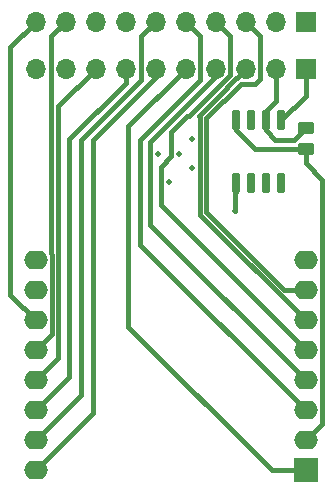
<source format=gbr>
%TF.GenerationSoftware,KiCad,Pcbnew,8.0.6*%
%TF.CreationDate,2024-10-31T15:28:50+01:00*%
%TF.ProjectId,PCB_FINAL2.1,5043425f-4649-44e4-914c-322e312e6b69,rev?*%
%TF.SameCoordinates,Original*%
%TF.FileFunction,Copper,L4,Bot*%
%TF.FilePolarity,Positive*%
%FSLAX46Y46*%
G04 Gerber Fmt 4.6, Leading zero omitted, Abs format (unit mm)*
G04 Created by KiCad (PCBNEW 8.0.6) date 2024-10-31 15:28:50*
%MOMM*%
%LPD*%
G01*
G04 APERTURE LIST*
G04 Aperture macros list*
%AMRoundRect*
0 Rectangle with rounded corners*
0 $1 Rounding radius*
0 $2 $3 $4 $5 $6 $7 $8 $9 X,Y pos of 4 corners*
0 Add a 4 corners polygon primitive as box body*
4,1,4,$2,$3,$4,$5,$6,$7,$8,$9,$2,$3,0*
0 Add four circle primitives for the rounded corners*
1,1,$1+$1,$2,$3*
1,1,$1+$1,$4,$5*
1,1,$1+$1,$6,$7*
1,1,$1+$1,$8,$9*
0 Add four rect primitives between the rounded corners*
20,1,$1+$1,$2,$3,$4,$5,0*
20,1,$1+$1,$4,$5,$6,$7,0*
20,1,$1+$1,$6,$7,$8,$9,0*
20,1,$1+$1,$8,$9,$2,$3,0*%
G04 Aperture macros list end*
%TA.AperFunction,ComponentPad*%
%ADD10R,1.700000X1.700000*%
%TD*%
%TA.AperFunction,ComponentPad*%
%ADD11O,1.700000X1.700000*%
%TD*%
%TA.AperFunction,ComponentPad*%
%ADD12R,2.000000X2.000000*%
%TD*%
%TA.AperFunction,ComponentPad*%
%ADD13O,2.000000X1.600000*%
%TD*%
%TA.AperFunction,SMDPad,CuDef*%
%ADD14RoundRect,0.250000X-0.450000X0.262500X-0.450000X-0.262500X0.450000X-0.262500X0.450000X0.262500X0*%
%TD*%
%TA.AperFunction,SMDPad,CuDef*%
%ADD15RoundRect,0.076250X-0.228750X0.748750X-0.228750X-0.748750X0.228750X-0.748750X0.228750X0.748750X0*%
%TD*%
%TA.AperFunction,ViaPad*%
%ADD16C,0.500000*%
%TD*%
%TA.AperFunction,Conductor*%
%ADD17C,0.400000*%
%TD*%
G04 APERTURE END LIST*
D10*
%TO.P,J1,1,Pin_1*%
%TO.N,3v3*%
X91999999Y-86000000D03*
D11*
%TO.P,J1,2,Pin_2*%
X89459999Y-86000000D03*
%TO.P,J1,3,Pin_3*%
%TO.N,CS{slash}D8*%
X86919999Y-86000000D03*
%TO.P,J1,4,Pin_4*%
%TO.N,MISO{slash}D6*%
X84379999Y-86000000D03*
%TO.P,J1,5,Pin_5*%
%TO.N,D0*%
X81839999Y-86000000D03*
%TO.P,J1,6,Pin_6*%
%TO.N,RX1*%
X79299999Y-86000000D03*
%TO.P,J1,7,Pin_7*%
%TO.N,+5V*%
X76759999Y-86000000D03*
%TO.P,J1,8,Pin_8*%
X74219999Y-86000000D03*
%TO.P,J1,9,Pin_9*%
%TO.N,D3*%
X71679999Y-86000000D03*
%TO.P,J1,10,Pin_10*%
%TO.N,D4*%
X69139999Y-86000000D03*
%TD*%
D12*
%TO.P,U2,1,~{RST}*%
%TO.N,RST1*%
X91999999Y-124000000D03*
D13*
%TO.P,U2,2,A0*%
%TO.N,A0*%
X91999999Y-121460000D03*
%TO.P,U2,3,D0*%
%TO.N,D0*%
X91999999Y-118920000D03*
%TO.P,U2,4,SCK/D5*%
%TO.N,SCK{slash}D5*%
X91999999Y-116380000D03*
%TO.P,U2,5,MISO/D6*%
%TO.N,MISO{slash}D6*%
X91999999Y-113840000D03*
%TO.P,U2,6,MOSI/D7*%
%TO.N,MOSI{slash}D7*%
X91999999Y-111300000D03*
%TO.P,U2,7,CS/D8*%
%TO.N,CS{slash}D8*%
X91999999Y-108760000D03*
%TO.P,U2,8,3V3*%
%TO.N,3v3*%
X91999999Y-106220000D03*
%TO.P,U2,9,5V*%
%TO.N,+5V*%
X69139999Y-106220000D03*
%TO.P,U2,10,GND*%
%TO.N,PdiodeC-*%
X69139999Y-108760000D03*
%TO.P,U2,11,D4*%
%TO.N,D4*%
X69139999Y-111300000D03*
%TO.P,U2,12,D3*%
%TO.N,D3*%
X69139999Y-113840000D03*
%TO.P,U2,13,SDA/D2*%
%TO.N,SDA{slash}D2*%
X69139999Y-116380000D03*
%TO.P,U2,14,SCL/D1*%
%TO.N,SCL{slash}D1*%
X69139999Y-118920000D03*
%TO.P,U2,15,RX*%
%TO.N,RX1*%
X69139999Y-121460000D03*
%TO.P,U2,16,TX*%
%TO.N,TX1*%
X69139999Y-124000000D03*
%TD*%
D10*
%TO.P,J2,1,Pin_1*%
%TO.N,PdiodeC-*%
X91999999Y-90000000D03*
D11*
%TO.P,J2,2,Pin_2*%
%TO.N,PdiodeA+*%
X89459999Y-90000000D03*
%TO.P,J2,3,Pin_3*%
%TO.N,MOSI{slash}D7*%
X86919999Y-90000000D03*
%TO.P,J2,4,Pin_4*%
%TO.N,SCK{slash}D5*%
X84379999Y-90000000D03*
%TO.P,J2,5,Pin_5*%
%TO.N,RST1*%
X81839999Y-90000000D03*
%TO.P,J2,6,Pin_6*%
%TO.N,TX1*%
X79299999Y-90000000D03*
%TO.P,J2,7,Pin_7*%
%TO.N,SCL{slash}D1*%
X76759999Y-90000000D03*
%TO.P,J2,8,Pin_8*%
%TO.N,SDA{slash}D2*%
X74219999Y-90000000D03*
%TO.P,J2,9,Pin_9*%
%TO.N,9V1*%
X71679999Y-90000000D03*
%TO.P,J2,10,Pin_10*%
%TO.N,+5V*%
X69139999Y-90000000D03*
%TD*%
D14*
%TO.P,R3,1*%
%TO.N,PdiodeA+*%
X91999999Y-95000000D03*
%TO.P,R3,2*%
%TO.N,A0*%
X91999999Y-96825000D03*
%TD*%
D15*
%TO.P,U3,1,VOUTA*%
%TO.N,A0*%
X86094999Y-94370000D03*
%TO.P,U3,2,VINA-*%
%TO.N,PdiodeC-*%
X87364999Y-94370000D03*
%TO.P,U3,3,VINA+*%
%TO.N,PdiodeA+*%
X88634999Y-94370000D03*
%TO.P,U3,4,VSS*%
%TO.N,PdiodeC-*%
X89904999Y-94370000D03*
%TO.P,U3,5,VINB+*%
%TO.N,unconnected-(U3-VINB+-Pad5)*%
X89904999Y-99630000D03*
%TO.P,U3,6,VINB-*%
%TO.N,unconnected-(U3-VINB--Pad6)*%
X88634999Y-99630000D03*
%TO.P,U3,7,VOUTB*%
%TO.N,unconnected-(U3-VOUTB-Pad7)*%
X87364999Y-99630000D03*
%TO.P,U3,8,VDD*%
%TO.N,+5V*%
X86094999Y-99630000D03*
%TD*%
D16*
%TO.N,+5V*%
X85999999Y-102000000D03*
%TO.N,PdiodeC-*%
X80399999Y-99600000D03*
X79499999Y-97200000D03*
X82399999Y-95900000D03*
X82399999Y-98400000D03*
X81299999Y-97200000D03*
%TD*%
D17*
%TO.N,+5V*%
X86094999Y-100454999D02*
X85999999Y-100549999D01*
X85999999Y-100549999D02*
X85999999Y-102000000D01*
X86094999Y-99630000D02*
X86094999Y-100454999D01*
%TO.N,D0*%
X77999999Y-96000000D02*
X77999999Y-104920000D01*
X83089999Y-90910000D02*
X77999999Y-96000000D01*
X81839999Y-86000000D02*
X83089999Y-87250000D01*
X83089999Y-87250000D02*
X83089999Y-90910000D01*
X77999999Y-104920000D02*
X91999999Y-118920000D01*
%TO.N,MISO{slash}D6*%
X85629999Y-87250000D02*
X84379999Y-86000000D01*
X79719999Y-98280000D02*
X80619999Y-97380000D01*
X80619999Y-97380000D02*
X80619999Y-95380000D01*
X80619999Y-95380000D02*
X81999999Y-94000000D01*
X81999999Y-94000000D02*
X82147766Y-94000000D01*
X91999999Y-113840000D02*
X79719999Y-101560000D01*
X79719999Y-101560000D02*
X79719999Y-98280000D01*
X85629999Y-90517767D02*
X85629999Y-87250000D01*
X82147766Y-94000000D02*
X85629999Y-90517767D01*
%TO.N,SCL{slash}D1*%
X71999999Y-95962081D02*
X71999999Y-116060000D01*
X71999999Y-116060000D02*
X69139999Y-118920000D01*
X76759999Y-91202081D02*
X71999999Y-95962081D01*
X76759999Y-90000000D02*
X76759999Y-91202081D01*
%TO.N,RST1*%
X89152468Y-124000000D02*
X91999999Y-124000000D01*
X81839999Y-90000000D02*
X76999999Y-94840000D01*
X76999999Y-111847531D02*
X89152468Y-124000000D01*
X76999999Y-94840000D02*
X76999999Y-111847531D01*
%TO.N,MOSI{slash}D7*%
X83079999Y-102380000D02*
X91999999Y-111300000D01*
X86919999Y-90000000D02*
X85389999Y-91530000D01*
X82999999Y-94000000D02*
X83079999Y-94080000D01*
X83079999Y-94080000D02*
X83079999Y-102380000D01*
X85389999Y-91610000D02*
X82999999Y-94000000D01*
X91999999Y-110657056D02*
X91999999Y-111300000D01*
X85389999Y-91530000D02*
X85389999Y-91610000D01*
%TO.N,SDA{slash}D2*%
X71066999Y-93153000D02*
X71066999Y-114453000D01*
X74219999Y-90000000D02*
X71066999Y-93153000D01*
X71066999Y-114453000D02*
X69139999Y-116380000D01*
%TO.N,D3*%
X70429999Y-87250000D02*
X70429999Y-105612944D01*
X70539999Y-105722944D02*
X70539999Y-112440000D01*
X70429999Y-105612944D02*
X70539999Y-105722944D01*
X70539999Y-112440000D02*
X69139999Y-113840000D01*
X71679999Y-86000000D02*
X70429999Y-87250000D01*
%TO.N,RX1*%
X78049999Y-87250000D02*
X78049999Y-90950000D01*
X78049999Y-90950000D02*
X72999999Y-96000000D01*
X72999999Y-117600000D02*
X69139999Y-121460000D01*
X72999999Y-96000000D02*
X72999999Y-117600000D01*
X79299999Y-86000000D02*
X78049999Y-87250000D01*
%TO.N,CS{slash}D8*%
X90205289Y-108760000D02*
X83606999Y-102161710D01*
X87749999Y-91250000D02*
X88169999Y-90830000D01*
X86495289Y-91250000D02*
X87749999Y-91250000D01*
X91999999Y-108760000D02*
X90205289Y-108760000D01*
X88169999Y-90830000D02*
X88169999Y-87250000D01*
X83606999Y-94138290D02*
X86495289Y-91250000D01*
X88169999Y-87250000D02*
X86919999Y-86000000D01*
X83606999Y-102161710D02*
X83606999Y-94138290D01*
%TO.N,A0*%
X86094999Y-95194999D02*
X86094999Y-94370000D01*
X93399999Y-120060000D02*
X91999999Y-121460000D01*
X93399999Y-99400000D02*
X93399999Y-120060000D01*
X91999999Y-98000000D02*
X93399999Y-99400000D01*
X87725000Y-96825000D02*
X86094999Y-95194999D01*
X91999999Y-96825000D02*
X91999999Y-98000000D01*
X91999999Y-96825000D02*
X87725000Y-96825000D01*
%TO.N,SCK{slash}D5*%
X78819999Y-103200000D02*
X91999999Y-116380000D01*
X78819999Y-96180000D02*
X78819999Y-103200000D01*
X84379999Y-90620000D02*
X78819999Y-96180000D01*
X84379999Y-90000000D02*
X84379999Y-90620000D01*
%TO.N,TX1*%
X73999999Y-96000000D02*
X73999999Y-119140000D01*
X79299999Y-90000000D02*
X79299999Y-90700000D01*
X73999999Y-119140000D02*
X69139999Y-124000000D01*
X79299999Y-90700000D02*
X73999999Y-96000000D01*
%TO.N,D4*%
X69139999Y-86000000D02*
X66999999Y-88140000D01*
X66999999Y-88140000D02*
X66999999Y-109160000D01*
X66999999Y-109160000D02*
X69139999Y-111300000D01*
%TO.N,PdiodeA+*%
X91999999Y-95000000D02*
X90999999Y-96000000D01*
X88634999Y-93545001D02*
X89459999Y-92720001D01*
X88634999Y-95194999D02*
X88634999Y-94370000D01*
X88634999Y-94370000D02*
X88634999Y-93545001D01*
X89440000Y-96000000D02*
X88634999Y-95194999D01*
X89459999Y-92720001D02*
X89459999Y-90000000D01*
X90999999Y-96000000D02*
X89440000Y-96000000D01*
%TO.N,PdiodeC-*%
X89904999Y-94370000D02*
X91999999Y-92275000D01*
X91999999Y-92275000D02*
X91999999Y-90000000D01*
%TD*%
M02*

</source>
